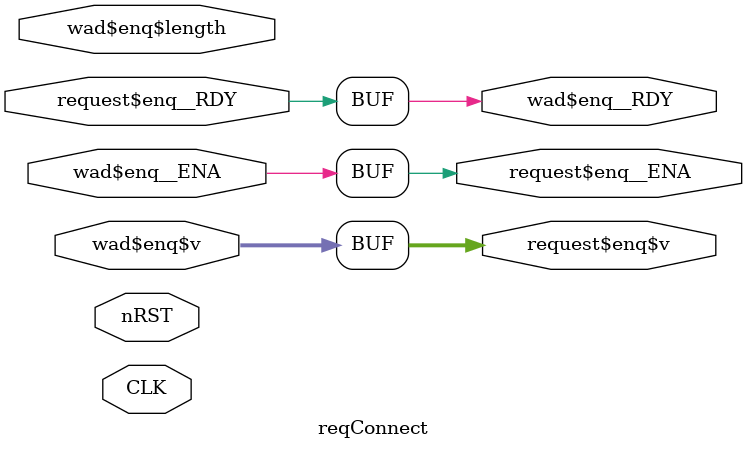
<source format=v>
`include "rulec.generated.vh"

module reqConnect (input CLK, input nRST,
    input wad$enq__ENA,
    input [127:0]wad$enq$v,
    input [15:0]wad$enq$length,
    output wad$enq__RDY,
    output request$enq__ENA,
    output [127:0]request$enq$v,
    input request$enq__RDY);
    wire CLK, nRST;
    assign request$enq$v = wad$enq$v ;
    assign request$enq__ENA = wad$enq__ENA ;
    assign wad$enq__RDY = request$enq__RDY ;

    always @( posedge CLK) begin
      if (!nRST) begin
      end // nRST
      else begin
        if (wad$enq__ENA) begin
            $display( "reqConnect.enq v %llx length %lx" , wad$enq$v , wad$enq$length );
        end; // End of wad$enq__ENA
      end
    end // always @ (posedge CLK)
endmodule 


</source>
